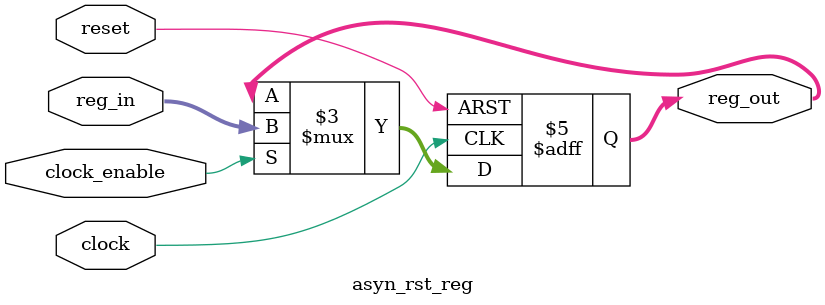
<source format=v>
module asyn_rst_reg #(parameter SIZE = 32)(clock,reset,reg_in,clock_enable,reg_out);
input clock,reset,clock_enable;
input [SIZE -1 :0] reg_in;
output [SIZE -1 :0] reg_out;
reg [SIZE -1 :0] reg_out;
always @ (negedge reset or posedge clock)
	begin
		if (!reset)
			begin
			reg_out <= 0;
			end
		else
			begin
			if (clock_enable)
				begin
					reg_out <= reg_in;
			end
		end
	end
endmodule 

</source>
